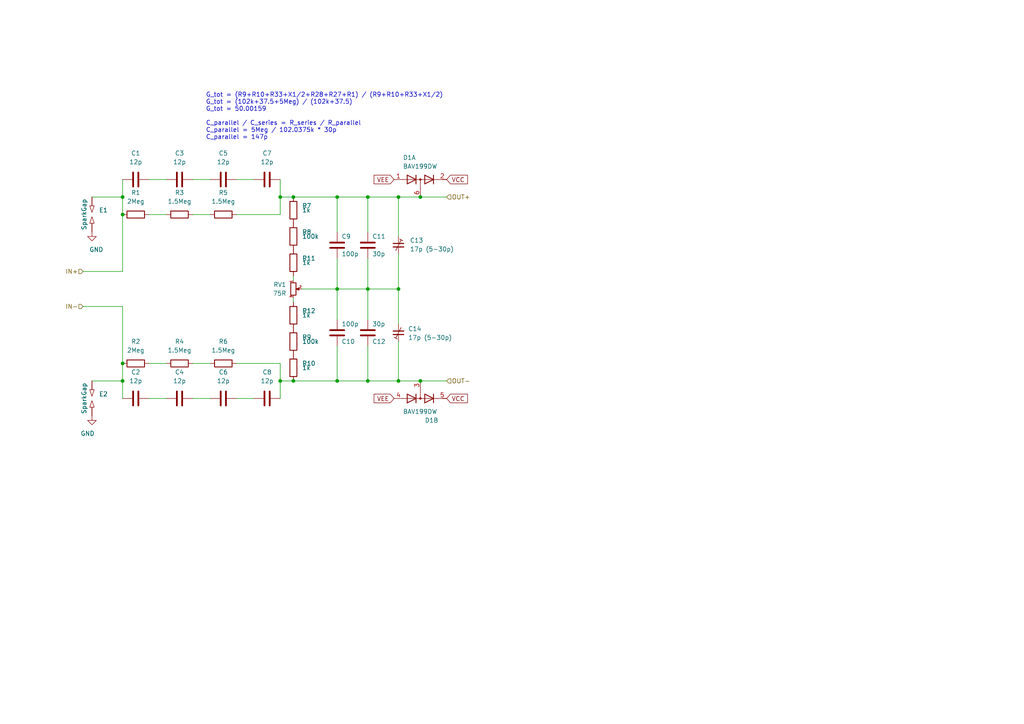
<source format=kicad_sch>
(kicad_sch (version 20211123) (generator eeschema)
  (paper "A4")
  (lib_symbols
    (symbol "Device:C" (pin_numbers hide) (pin_names (offset 0.254))
      (property "Reference" "C" (at 0.635 2.54 0))
      (property "Value" "C" (at 0.635 -2.54 0))
      (symbol "C_0_1"
        (polyline (pts (xy -2.032 -0.762) (xy 2.032 -0.762)) (stroke (width 0.508)))
        (polyline (pts (xy -2.032 0.762) (xy 2.032 0.762)) (stroke (width 0.508)))
      )
      (symbol "C_1_1"
        (pin passive line (at 0 3.81 270) (length 2.794) (name "~") (number "1"))
        (pin passive line (at 0 -3.81 90) (length 2.794) (name "~") (number "2"))
      )
    )
    (symbol "Device:C_Trim_Small" (pin_numbers hide) (pin_names (offset 0.254) hide)
      (property "Reference" "C" (at 1.524 -2.032 0))
      (property "Value" "C_Trim_Small" (at 3.048 -3.556 0))
      (symbol "C_Trim_Small_0_1"
        (polyline (pts (xy -1.524 -0.508) (xy 1.524 -0.508)) (stroke (width 0.3048)))
        (polyline (pts (xy -1.524 0.508) (xy 1.524 0.508)) (stroke (width 0.3048)))
        (polyline (pts (xy 0.762 1.524) (xy -0.762 -1.524)) (stroke (width 0.1778)))
        (polyline (pts (xy 1.27 1.27) (xy 0.381 1.778)) (stroke (width 0.1778)))
      )
      (symbol "C_Trim_Small_1_1"
        (pin passive line (at 0 2.54 270) (length 2.032) (name "~") (number "1"))
        (pin passive line (at 0 -2.54 90) (length 2.032) (name "~") (number "2"))
      )
    )
    (symbol "Device:R" (pin_numbers hide) (pin_names (offset 0))
      (property "Reference" "R" (at 2.032 0 90))
      (property "Value" "R" (at 0 0 90))
      (symbol "R_0_1"
        (rectangle (start -1.016 -2.54) (end 1.016 2.54) (stroke (width 0.254)))
      )
      (symbol "R_1_1"
        (pin passive line (at 0 3.81 270) (length 1.27) (name "~") (number "1"))
        (pin passive line (at 0 -3.81 90) (length 1.27) (name "~") (number "2"))
      )
    )
    (symbol "Device:R_Potentiometer_Small" (pin_names (offset 1.016) hide)
      (property "Reference" "RV" (at -4.445 0 90))
      (property "Value" "R_Potentiometer_Small" (at -2.54 0 90))
      (symbol "R_Potentiometer_Small_0_1"
        (polyline (pts (xy 0.889 0) (xy 0.635 0) (xy 1.651 0.381) (xy 1.651 -0.381) (xy 0.635 0) (xy 0.889 0)) (fill (type outline)))
        (rectangle (start 0.762 1.8034) (end -0.762 -1.8034) (stroke (width 0.254)))
      )
      (symbol "R_Potentiometer_Small_1_1"
        (pin passive line (at 0 2.54 270) (length 0.635) (name "1") (number "1"))
        (pin passive line (at 2.54 0 180) (length 0.9906) (name "2") (number "2"))
        (pin passive line (at 0 -2.54 90) (length 0.635) (name "3") (number "3"))
      )
    )
    (symbol "Device:SparkGap" (pin_numbers hide) (pin_names (offset 0))
      (property "Reference" "E" (at 0 2.032 0))
      (property "Value" "SparkGap" (at 0 -1.905 0))
      (symbol "SparkGap_0_1"
        (polyline (pts (xy -2.54 0.635) (xy -2.54 -0.635) (xy -0.635 0) (xy -2.54 0.635)))
        (polyline (pts (xy 2.54 0.635) (xy 2.54 -0.635) (xy 0.635 0) (xy 2.54 0.635)))
      )
      (symbol "SparkGap_1_1"
        (pin passive line (at -5.08 0 0) (length 2.54) (name "~") (number "1"))
        (pin passive line (at 5.08 0 180) (length 2.54) (name "~") (number "2"))
      )
    )
    (symbol "Diode:BAV199DW" (pin_names (offset 0.0254) hide)
      (property "Reference" "D" (at 0 2.54 0))
      (property "Value" "BAV199DW" (at 0 5.08 0))
      (symbol "BAV199DW_0_1"
        (polyline (pts (xy -5.08 0) (xy 5.08 0)))
        (polyline (pts (xy 0 0) (xy 0 -2.54)))
        (polyline (pts (xy -1.27 -1.27) (xy -1.27 1.27) (xy -1.27 1.27)) (stroke (width 0.254)))
        (polyline (pts (xy 3.81 1.27) (xy 3.81 -1.27) (xy 3.81 -1.27)) (stroke (width 0.254)))
        (polyline (pts (xy -3.81 1.27) (xy -1.27 0) (xy -3.81 -1.27) (xy -3.81 1.27) (xy -3.81 1.27) (xy -3.81 1.27)) (stroke (width 0.254)))
        (polyline (pts (xy 1.27 1.27) (xy 3.81 0) (xy 1.27 -1.27) (xy 1.27 1.27) (xy 1.27 1.27) (xy 1.27 1.27)) (stroke (width 0.254)))
        (circle (center 0 0) (radius 0.254) (fill (type outline)))
      )
      (symbol "BAV199DW_1_1"
        (polyline (pts (xy 6.35 0) (xy 7.62 0)))
        (pin passive line (at -7.62 0 0) (length 2.54) (name "A1") (number "1"))
        (pin passive line (at 7.62 0 180) (length 2.54) (name "K2") (number "2"))
        (pin passive line (at 0 -5.08 90) (length 2.54) (name "K3A4") (number "6"))
      )
      (symbol "BAV199DW_2_1"
        (polyline (pts (xy 6.35 0) (xy 7.62 0)))
        (pin passive line (at 0 -5.08 90) (length 2.54) (name "K1A2") (number "3"))
        (pin passive line (at -7.62 0 0) (length 2.54) (name "A3") (number "4"))
        (pin passive line (at 7.62 0 180) (length 2.54) (name "K4") (number "5"))
      )
    )
    (symbol "power:GND" (power) (pin_names (offset 0))
      (property "Value" "GND" (at 0 -3.81 0))
      (symbol "GND_0_1"
        (polyline (pts (xy 0 0) (xy 0 -1.27) (xy 1.27 -1.27) (xy 0 -2.54) (xy -1.27 -1.27) (xy 0 -1.27)))
      )
      (symbol "GND_1_1"
        (pin power_in line (at 0 0 270) (length 0) hide (name "GND") (number "1"))
      )
    )
  )
  (junction (at 35.56 62.23))
  (junction (at 81.28 57.15))
  (junction (at 115.57 110.49))
  (junction (at 35.56 57.15))
  (junction (at 35.56 105.41))
  (junction (at 81.28 110.49))
  (junction (at 97.79 57.15))
  (junction (at 121.92 110.49))
  (junction (at 106.68 57.15))
  (junction (at 97.79 110.49))
  (junction (at 106.68 110.49))
  (junction (at 85.09 57.15))
  (junction (at 35.56 110.49))
  (junction (at 106.68 83.82))
  (junction (at 121.92 57.15))
  (junction (at 85.09 110.49))
  (junction (at 97.79 83.82))
  (junction (at 115.57 57.15))
  (junction (at 115.57 83.82))
  (wire (pts (xy 35.56 110.49) (xy 35.56 105.41)))
  (wire (pts (xy 35.56 88.9) (xy 24.13 88.9)))
  (wire (pts (xy 55.88 105.41) (xy 60.96 105.41)))
  (wire (pts (xy 68.58 62.23) (xy 81.28 62.23)))
  (wire (pts (xy 85.09 57.15) (xy 97.79 57.15)))
  (wire (pts (xy 68.58 115.57) (xy 73.66 115.57)))
  (wire (pts (xy 87.63 83.82) (xy 97.79 83.82)))
  (wire (pts (xy 43.18 115.57) (xy 48.26 115.57)))
  (wire (pts (xy 97.79 110.49) (xy 97.79 100.33)))
  (wire (pts (xy 81.28 52.07) (xy 81.28 57.15)))
  (wire (pts (xy 35.56 78.74) (xy 24.13 78.74)))
  (wire (pts (xy 26.67 57.15) (xy 35.56 57.15)))
  (wire (pts (xy 35.56 57.15) (xy 35.56 52.07)))
  (wire (pts (xy 55.88 62.23) (xy 60.96 62.23)))
  (wire (pts (xy 81.28 110.49) (xy 85.09 110.49)))
  (wire (pts (xy 35.56 57.15) (xy 35.56 62.23)))
  (wire (pts (xy 115.57 83.82) (xy 115.57 93.98)))
  (wire (pts (xy 43.18 62.23) (xy 48.26 62.23)))
  (wire (pts (xy 97.79 83.82) (xy 97.79 92.71)))
  (wire (pts (xy 26.67 110.49) (xy 35.56 110.49)))
  (wire (pts (xy 68.58 105.41) (xy 81.28 105.41)))
  (wire (pts (xy 106.68 83.82) (xy 115.57 83.82)))
  (wire (pts (xy 106.68 83.82) (xy 106.68 92.71)))
  (wire (pts (xy 43.18 52.07) (xy 48.26 52.07)))
  (wire (pts (xy 115.57 110.49) (xy 121.92 110.49)))
  (wire (pts (xy 97.79 57.15) (xy 97.79 67.31)))
  (wire (pts (xy 106.68 74.93) (xy 106.68 83.82)))
  (wire (pts (xy 85.09 110.49) (xy 97.79 110.49)))
  (wire (pts (xy 55.88 52.07) (xy 60.96 52.07)))
  (wire (pts (xy 121.92 110.49) (xy 129.54 110.49)))
  (wire (pts (xy 115.57 99.06) (xy 115.57 110.49)))
  (wire (pts (xy 85.09 80.01) (xy 85.09 81.28)))
  (wire (pts (xy 81.28 57.15) (xy 85.09 57.15)))
  (wire (pts (xy 115.57 73.66) (xy 115.57 83.82)))
  (wire (pts (xy 68.58 52.07) (xy 73.66 52.07)))
  (wire (pts (xy 115.57 57.15) (xy 121.92 57.15)))
  (wire (pts (xy 43.18 105.41) (xy 48.26 105.41)))
  (wire (pts (xy 35.56 105.41) (xy 35.56 88.9)))
  (wire (pts (xy 97.79 83.82) (xy 106.68 83.82)))
  (wire (pts (xy 85.09 86.36) (xy 85.09 87.63)))
  (wire (pts (xy 81.28 110.49) (xy 81.28 105.41)))
  (wire (pts (xy 115.57 57.15) (xy 115.57 68.58)))
  (wire (pts (xy 81.28 115.57) (xy 81.28 110.49)))
  (wire (pts (xy 106.68 67.31) (xy 106.68 57.15)))
  (wire (pts (xy 121.92 57.15) (xy 129.54 57.15)))
  (wire (pts (xy 106.68 57.15) (xy 115.57 57.15)))
  (wire (pts (xy 97.79 57.15) (xy 106.68 57.15)))
  (wire (pts (xy 106.68 110.49) (xy 115.57 110.49)))
  (wire (pts (xy 97.79 110.49) (xy 106.68 110.49)))
  (wire (pts (xy 35.56 110.49) (xy 35.56 115.57)))
  (wire (pts (xy 106.68 100.33) (xy 106.68 110.49)))
  (wire (pts (xy 97.79 74.93) (xy 97.79 83.82)))
  (wire (pts (xy 55.88 115.57) (xy 60.96 115.57)))
  (wire (pts (xy 35.56 62.23) (xy 35.56 78.74)))
  (wire (pts (xy 81.28 57.15) (xy 81.28 62.23)))
  (text "G_tot = (R9+R10+R33+X1/2+R28+R27+R1) / (R9+R10+R33+X1/2)\nG_tot = (102k+37.5+5Meg) / (102k+37.5)\nG_tot = 50.00159\n\nC_parallel / C_series = R_series / R_parallel\nC_parallel = 5Meg / 102.0375k * 30p\nC_parallel = 147p" (at 59.69 40.64 0) (effects (font (size 1.27 1.27)) (justify left bottom)))
  (global_label "VEE" (shape input) (at 114.3 115.57 180) (property "Intersheet References" "${INTERSHEET_REFS}" (effects hide)))
  (global_label "VCC" (shape input) (at 129.54 52.07 0) (property "Intersheet References" "${INTERSHEET_REFS}" (effects hide)))
  (global_label "VCC" (shape input) (at 129.54 115.57 0) (property "Intersheet References" "${INTERSHEET_REFS}" (effects hide)))
  (global_label "VEE" (shape input) (at 114.3 52.07 180) (property "Intersheet References" "${INTERSHEET_REFS}" (effects hide)))
  (hierarchical_label "OUT-" (shape input) (at 129.54 110.49 0))
  (hierarchical_label "IN-" (shape input) (at 24.13 88.9 180))
  (hierarchical_label "IN+" (shape input) (at 24.13 78.74 180))
  (hierarchical_label "OUT+" (shape input) (at 129.54 57.15 0))
  (symbol (lib_id "Device:C") (at 39.37 52.07 270) (unit 1)
    (property "Reference" "C1" (at 39.37 44.45 90))
    (property "Value" "12p" (at 39.37 46.99 90))
    (property "Footprint" "Capacitor_SMD:C_0603_1608Metric" (effects hide))
  )
  (symbol (lib_id "Device:C") (at 52.07 52.07 270) (unit 1)
    (property "Reference" "C3" (at 52.07 44.45 90))
    (property "Value" "12p" (at 52.07 46.99 90))
    (property "Footprint" "Capacitor_SMD:C_0603_1608Metric" (effects hide))
  )
  (symbol (lib_id "Device:C") (at 64.77 52.07 270) (unit 1)
    (property "Reference" "C5" (at 64.77 44.45 90))
    (property "Value" "12p" (at 64.77 46.99 90))
    (property "Footprint" "Capacitor_SMD:C_0603_1608Metric" (effects hide))
  )
  (symbol (lib_id "Device:C") (at 77.47 52.07 270) (unit 1)
    (property "Reference" "C7" (at 77.47 44.45 90))
    (property "Value" "12p" (at 77.47 46.99 90))
    (property "Footprint" "Capacitor_SMD:C_0603_1608Metric" (effects hide))
  )
  (symbol (lib_id "Device:R") (at 39.37 62.23 270) (unit 1)
    (property "Reference" "R1" (at 39.37 55.88 90))
    (property "Value" "2Meg" (at 39.37 58.42 90))
    (property "Footprint" "Resistor_SMD:R_0603_1608Metric" (effects hide))
  )
  (symbol (lib_id "Device:R") (at 52.07 62.23 270) (unit 1)
    (property "Reference" "R3" (at 52.07 55.88 90))
    (property "Value" "1.5Meg" (at 52.07 58.42 90))
    (property "Footprint" "Resistor_SMD:R_0603_1608Metric" (effects hide))
  )
  (symbol (lib_id "Device:R") (at 64.77 62.23 270) (unit 1)
    (property "Reference" "R5" (at 64.77 55.88 90))
    (property "Value" "1.5Meg" (at 64.77 58.42 90))
    (property "Footprint" "Resistor_SMD:R_0603_1608Metric" (effects hide))
  )
  (symbol (lib_id "Device:R") (at 85.09 68.58 180) (unit 1)
    (property "Reference" "R8" (at 87.63 67.31 0) (effects (justify right)))
    (property "Value" "100k" (at 87.63 68.58 0) (effects (justify right)))
    (property "Footprint" "Resistor_SMD:R_0603_1608Metric" (effects hide))
  )
  (symbol (lib_id "Device:R") (at 85.09 60.96 180) (unit 1)
    (property "Reference" "R7" (at 87.63 59.69 0) (effects (justify right)))
    (property "Value" "1k" (at 87.63 60.96 0) (effects (justify right)))
    (property "Footprint" "Resistor_SMD:R_0603_1608Metric" (effects hide))
  )
  (symbol (lib_id "Device:C") (at 97.79 71.12 0) (unit 1)
    (property "Reference" "C9" (at 99.06 68.58 0) (effects (justify left)))
    (property "Value" "100p" (at 99.06 73.66 0) (effects (justify left)))
    (property "Footprint" "Capacitor_SMD:C_0603_1608Metric" (effects hide))
  )
  (symbol (lib_id "Device:C") (at 106.68 71.12 0) (unit 1)
    (property "Reference" "C11" (at 107.95 68.58 0) (effects (justify left)))
    (property "Value" "30p" (at 107.95 73.66 0) (effects (justify left)))
    (property "Footprint" "Capacitor_SMD:C_0603_1608Metric" (effects hide))
  )
  (symbol (lib_id "power:GND") (at 26.67 67.31 0) (unit 1)
    (property "Reference" "#PWR01" (effects hide))
    (property "Value" "GND" (at 27.94 72.39 0))
  )
  (symbol (lib_id "Diode:BAV199DW") (at 121.92 52.07 0) (unit 1)
    (property "Reference" "D1" (at 116.84 45.72 0) (effects (justify left)))
    (property "Value" "BAV199DW" (at 116.84 48.26 0) (effects (justify left)))
    (property "Footprint" "Package_TO_SOT_SMD:SOT-363_SC-70-6" (effects hide))
    (property "Datasheet" "https://www.diodes.com/assets/Datasheets/ds30417.pdf" (effects hide))
  )
  (symbol (lib_id "Diode:BAV199DW") (at 121.92 115.57 0) (mirror x) (unit 2)
    (property "Reference" "D1" (at 123.19 121.92 0) (effects (justify left)))
    (property "Value" "BAV199DW" (at 116.84 119.38 0) (effects (justify left)))
    (property "Footprint" "Package_TO_SOT_SMD:SOT-363_SC-70-6" (effects hide))
    (property "Datasheet" "https://www.diodes.com/assets/Datasheets/ds30417.pdf" (effects hide))
  )
  (symbol (lib_id "Device:C") (at 39.37 115.57 270) (mirror x) (unit 1)
    (property "Reference" "C2" (at 39.37 107.95 90))
    (property "Value" "12p" (at 39.37 110.49 90))
    (property "Footprint" "Capacitor_SMD:C_0603_1608Metric" (effects hide))
  )
  (symbol (lib_id "Device:C") (at 52.07 115.57 270) (mirror x) (unit 1)
    (property "Reference" "C4" (at 52.07 107.95 90))
    (property "Value" "12p" (at 52.07 110.49 90))
    (property "Footprint" "Capacitor_SMD:C_0603_1608Metric" (effects hide))
  )
  (symbol (lib_id "Device:C") (at 64.77 115.57 270) (mirror x) (unit 1)
    (property "Reference" "C6" (at 64.77 107.95 90))
    (property "Value" "12p" (at 64.77 110.49 90))
    (property "Footprint" "Capacitor_SMD:C_0603_1608Metric" (effects hide))
  )
  (symbol (lib_id "Device:C") (at 77.47 115.57 270) (mirror x) (unit 1)
    (property "Reference" "C8" (at 77.47 107.95 90))
    (property "Value" "12p" (at 77.47 110.49 90))
    (property "Footprint" "Capacitor_SMD:C_0603_1608Metric" (effects hide))
  )
  (symbol (lib_id "Device:R") (at 39.37 105.41 270) (mirror x) (unit 1)
    (property "Reference" "R2" (at 39.37 99.06 90))
    (property "Value" "2Meg" (at 39.37 101.6 90))
    (property "Footprint" "Resistor_SMD:R_0603_1608Metric" (effects hide))
  )
  (symbol (lib_id "Device:R") (at 52.07 105.41 270) (mirror x) (unit 1)
    (property "Reference" "R4" (at 52.07 99.06 90))
    (property "Value" "1.5Meg" (at 52.07 101.6 90))
    (property "Footprint" "Resistor_SMD:R_0603_1608Metric" (effects hide))
  )
  (symbol (lib_id "Device:R") (at 64.77 105.41 270) (mirror x) (unit 1)
    (property "Reference" "R6" (at 64.77 99.06 90))
    (property "Value" "1.5Meg" (at 64.77 101.6 90))
    (property "Footprint" "Resistor_SMD:R_0603_1608Metric" (effects hide))
  )
  (symbol (lib_id "power:GND") (at 26.67 120.65 0) (mirror y) (unit 1)
    (property "Reference" "#PWR02" (effects hide))
    (property "Value" "GND" (at 25.4 125.73 0))
  )
  (symbol (lib_id "Device:C") (at 106.68 96.52 0) (mirror x) (unit 1)
    (property "Reference" "C12" (at 107.95 99.06 0) (effects (justify left)))
    (property "Value" "30p" (at 107.95 93.98 0) (effects (justify left)))
    (property "Footprint" "Capacitor_SMD:C_0603_1608Metric" (effects hide))
  )
  (symbol (lib_id "Device:C") (at 97.79 96.52 0) (mirror x) (unit 1)
    (property "Reference" "C10" (at 99.06 99.06 0) (effects (justify left)))
    (property "Value" "100p" (at 99.06 93.98 0) (effects (justify left)))
    (property "Footprint" "Capacitor_SMD:C_0603_1608Metric" (effects hide))
  )
  (symbol (lib_id "Device:R") (at 85.09 106.68 0) (mirror y) (unit 1)
    (property "Reference" "R10" (at 87.63 105.41 0) (effects (justify right)))
    (property "Value" "1k" (at 87.63 106.68 0) (effects (justify right)))
    (property "Footprint" "Resistor_SMD:R_0603_1608Metric" (effects hide))
  )
  (symbol (lib_id "Device:R") (at 85.09 99.06 0) (mirror y) (unit 1)
    (property "Reference" "R9" (at 87.63 97.79 0) (effects (justify right)))
    (property "Value" "100k" (at 87.63 99.06 0) (effects (justify right)))
    (property "Footprint" "Resistor_SMD:R_0603_1608Metric" (effects hide))
  )
  (symbol (lib_id "Device:R") (at 85.09 76.2 180) (unit 1)
    (property "Reference" "R11" (at 87.63 74.93 0) (effects (justify right)))
    (property "Value" "1k" (at 87.63 76.2 0) (effects (justify right)))
    (property "Footprint" "Resistor_SMD:R_0603_1608Metric" (effects hide))
  )
  (symbol (lib_id "Device:R") (at 85.09 91.44 0) (mirror y) (unit 1)
    (property "Reference" "R12" (at 87.63 90.17 0) (effects (justify right)))
    (property "Value" "1k" (at 87.63 91.44 0) (effects (justify right)))
    (property "Footprint" "Resistor_SMD:R_0603_1608Metric" (effects hide))
  )
  (symbol (lib_id "Device:SparkGap") (at 26.67 115.57 270) (unit 1)
    (property "Reference" "E2" (at 28.702 114.2999 90) (effects (justify left)))
    (property "Value" "SparkGap" (at 24.384 110.998 0) (effects (justify left)))
  )
  (symbol (lib_id "Device:C_Trim_Small") (at 115.57 96.52 180) (unit 1)
    (property "Reference" "C14" (at 118.364 95.3769 0) (effects (justify right)))
    (property "Value" "17p (5-30p)" (at 118.364 97.9169 0) (effects (justify right)))
    (property "Footprint" "Capacitor_SMD:C_Trimmer_Murata_TZB4-A" (effects hide))
  )
  (symbol (lib_id "Device:R_Potentiometer_Small") (at 85.09 83.82 0) (unit 1)
    (property "Reference" "RV1" (at 83.058 82.5499 0) (effects (justify right)))
    (property "Value" "75R" (at 83.058 85.0899 0) (effects (justify right)))
    (property "Footprint" "Potentiometer_SMD:Potentiometer_Bourns_3214W_Vertical" (effects hide))
  )
  (symbol (lib_id "Device:SparkGap") (at 26.67 62.23 270) (unit 1)
    (property "Reference" "E1" (at 28.702 60.9599 90) (effects (justify left)))
    (property "Value" "SparkGap" (at 24.384 57.658 0) (effects (justify left)))
  )
  (symbol (lib_id "Device:C_Trim_Small") (at 115.57 71.12 0) (unit 1)
    (property "Reference" "C13" (at 118.872 69.7229 0) (effects (justify left)))
    (property "Value" "17p (5-30p)" (at 118.872 72.2629 0) (effects (justify left)))
    (property "Footprint" "Capacitor_SMD:C_Trimmer_Murata_TZB4-A" (effects hide))
  )
)
</source>
